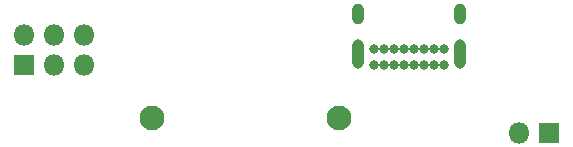
<source format=gbr>
%TF.GenerationSoftware,KiCad,Pcbnew,5.1.6-c6e7f7d~87~ubuntu18.04.1*%
%TF.CreationDate,2020-10-02T11:44:26-04:00*%
%TF.ProjectId,embedded-debug,656d6265-6464-4656-942d-64656275672e,rev?*%
%TF.SameCoordinates,Original*%
%TF.FileFunction,Soldermask,Bot*%
%TF.FilePolarity,Negative*%
%FSLAX46Y46*%
G04 Gerber Fmt 4.6, Leading zero omitted, Abs format (unit mm)*
G04 Created by KiCad (PCBNEW 5.1.6-c6e7f7d~87~ubuntu18.04.1) date 2020-10-02 11:44:26*
%MOMM*%
%LPD*%
G01*
G04 APERTURE LIST*
%ADD10C,2.100000*%
%ADD11O,1.800000X1.800000*%
%ADD12R,1.800000X1.800000*%
%ADD13O,1.000000X1.800000*%
%ADD14O,1.000000X2.500000*%
%ADD15C,0.800000*%
G04 APERTURE END LIST*
D10*
%TO.C,H1*%
X147955000Y-75565000D03*
%TD*%
%TO.C,H2*%
X163830000Y-75565000D03*
%TD*%
D11*
%TO.C,J5*%
X142240000Y-68580000D03*
X142240000Y-71120000D03*
X139700000Y-68580000D03*
X139700000Y-71120000D03*
X137160000Y-68580000D03*
D12*
X137160000Y-71120000D03*
%TD*%
D13*
%TO.C,J4*%
X165420000Y-66760000D03*
X174070000Y-66760000D03*
D14*
X165420000Y-70140000D03*
X174070000Y-70140000D03*
D15*
X169320000Y-69770000D03*
X166770000Y-69770000D03*
X167620000Y-69770000D03*
X168470000Y-69770000D03*
X172720000Y-69770000D03*
X171020000Y-69770000D03*
X170170000Y-69770000D03*
X171870000Y-69770000D03*
X166770000Y-71120000D03*
X167620000Y-71120000D03*
X168470000Y-71120000D03*
X169320000Y-71120000D03*
X170170000Y-71120000D03*
X171020000Y-71120000D03*
X171870000Y-71120000D03*
X172720000Y-71120000D03*
%TD*%
D11*
%TO.C,J3*%
X179070000Y-76835000D03*
D12*
X181610000Y-76835000D03*
%TD*%
M02*

</source>
